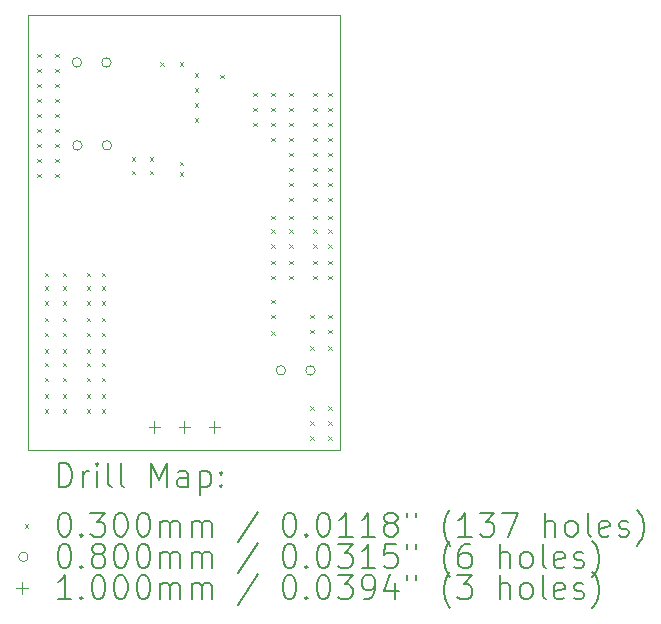
<source format=gbr>
%TF.GenerationSoftware,KiCad,Pcbnew,8.0.6*%
%TF.CreationDate,2024-11-13T16:18:59-08:00*%
%TF.ProjectId,snes_switching_regulator,736e6573-5f73-4776-9974-6368696e675f,A*%
%TF.SameCoordinates,Original*%
%TF.FileFunction,Drillmap*%
%TF.FilePolarity,Positive*%
%FSLAX45Y45*%
G04 Gerber Fmt 4.5, Leading zero omitted, Abs format (unit mm)*
G04 Created by KiCad (PCBNEW 8.0.6) date 2024-11-13 16:18:59*
%MOMM*%
%LPD*%
G01*
G04 APERTURE LIST*
%ADD10C,0.050000*%
%ADD11C,0.200000*%
%ADD12C,0.100000*%
G04 APERTURE END LIST*
D10*
X12280900Y-10045700D02*
X14922500Y-10045700D01*
X14922500Y-13728700D01*
X12280900Y-13728700D01*
X12280900Y-10045700D01*
D11*
D12*
X12354800Y-10373600D02*
X12384800Y-10403600D01*
X12384800Y-10373600D02*
X12354800Y-10403600D01*
X12354800Y-10500600D02*
X12384800Y-10530600D01*
X12384800Y-10500600D02*
X12354800Y-10530600D01*
X12354800Y-10627600D02*
X12384800Y-10657600D01*
X12384800Y-10627600D02*
X12354800Y-10657600D01*
X12354800Y-10754600D02*
X12384800Y-10784600D01*
X12384800Y-10754600D02*
X12354800Y-10784600D01*
X12354800Y-10881600D02*
X12384800Y-10911600D01*
X12384800Y-10881600D02*
X12354800Y-10911600D01*
X12354800Y-11008600D02*
X12384800Y-11038600D01*
X12384800Y-11008600D02*
X12354800Y-11038600D01*
X12354800Y-11135600D02*
X12384800Y-11165600D01*
X12384800Y-11135600D02*
X12354800Y-11165600D01*
X12354800Y-11262600D02*
X12384800Y-11292600D01*
X12384800Y-11262600D02*
X12354800Y-11292600D01*
X12354800Y-11389600D02*
X12384800Y-11419600D01*
X12384800Y-11389600D02*
X12354800Y-11419600D01*
X12418300Y-12227800D02*
X12448300Y-12257800D01*
X12448300Y-12227800D02*
X12418300Y-12257800D01*
X12418300Y-12342100D02*
X12448300Y-12372100D01*
X12448300Y-12342100D02*
X12418300Y-12372100D01*
X12418300Y-12469100D02*
X12448300Y-12499100D01*
X12448300Y-12469100D02*
X12418300Y-12499100D01*
X12418300Y-12608800D02*
X12448300Y-12638800D01*
X12448300Y-12608800D02*
X12418300Y-12638800D01*
X12418300Y-12735800D02*
X12448300Y-12765800D01*
X12448300Y-12735800D02*
X12418300Y-12765800D01*
X12418300Y-12875500D02*
X12448300Y-12905500D01*
X12448300Y-12875500D02*
X12418300Y-12905500D01*
X12418300Y-12989800D02*
X12448300Y-13019800D01*
X12448300Y-12989800D02*
X12418300Y-13019800D01*
X12418300Y-13116800D02*
X12448300Y-13146800D01*
X12448300Y-13116800D02*
X12418300Y-13146800D01*
X12418300Y-13256500D02*
X12448300Y-13286500D01*
X12448300Y-13256500D02*
X12418300Y-13286500D01*
X12418300Y-13383500D02*
X12448300Y-13413500D01*
X12448300Y-13383500D02*
X12418300Y-13413500D01*
X12507200Y-10373600D02*
X12537200Y-10403600D01*
X12537200Y-10373600D02*
X12507200Y-10403600D01*
X12507200Y-10500600D02*
X12537200Y-10530600D01*
X12537200Y-10500600D02*
X12507200Y-10530600D01*
X12507200Y-10627600D02*
X12537200Y-10657600D01*
X12537200Y-10627600D02*
X12507200Y-10657600D01*
X12507200Y-10754600D02*
X12537200Y-10784600D01*
X12537200Y-10754600D02*
X12507200Y-10784600D01*
X12507200Y-10881600D02*
X12537200Y-10911600D01*
X12537200Y-10881600D02*
X12507200Y-10911600D01*
X12507200Y-11008600D02*
X12537200Y-11038600D01*
X12537200Y-11008600D02*
X12507200Y-11038600D01*
X12507200Y-11135600D02*
X12537200Y-11165600D01*
X12537200Y-11135600D02*
X12507200Y-11165600D01*
X12507200Y-11262600D02*
X12537200Y-11292600D01*
X12537200Y-11262600D02*
X12507200Y-11292600D01*
X12507200Y-11389600D02*
X12537200Y-11419600D01*
X12537200Y-11389600D02*
X12507200Y-11419600D01*
X12570700Y-12227800D02*
X12600700Y-12257800D01*
X12600700Y-12227800D02*
X12570700Y-12257800D01*
X12570700Y-12342100D02*
X12600700Y-12372100D01*
X12600700Y-12342100D02*
X12570700Y-12372100D01*
X12570700Y-12469100D02*
X12600700Y-12499100D01*
X12600700Y-12469100D02*
X12570700Y-12499100D01*
X12570700Y-12608800D02*
X12600700Y-12638800D01*
X12600700Y-12608800D02*
X12570700Y-12638800D01*
X12570700Y-12735800D02*
X12600700Y-12765800D01*
X12600700Y-12735800D02*
X12570700Y-12765800D01*
X12570700Y-12875500D02*
X12600700Y-12905500D01*
X12600700Y-12875500D02*
X12570700Y-12905500D01*
X12570700Y-12989800D02*
X12600700Y-13019800D01*
X12600700Y-12989800D02*
X12570700Y-13019800D01*
X12570700Y-13116800D02*
X12600700Y-13146800D01*
X12600700Y-13116800D02*
X12570700Y-13146800D01*
X12570700Y-13256500D02*
X12600700Y-13286500D01*
X12600700Y-13256500D02*
X12570700Y-13286500D01*
X12570700Y-13383500D02*
X12600700Y-13413500D01*
X12600700Y-13383500D02*
X12570700Y-13413500D01*
X12773900Y-12227800D02*
X12803900Y-12257800D01*
X12803900Y-12227800D02*
X12773900Y-12257800D01*
X12773900Y-12342100D02*
X12803900Y-12372100D01*
X12803900Y-12342100D02*
X12773900Y-12372100D01*
X12773900Y-12469100D02*
X12803900Y-12499100D01*
X12803900Y-12469100D02*
X12773900Y-12499100D01*
X12773900Y-12608800D02*
X12803900Y-12638800D01*
X12803900Y-12608800D02*
X12773900Y-12638800D01*
X12773900Y-12735800D02*
X12803900Y-12765800D01*
X12803900Y-12735800D02*
X12773900Y-12765800D01*
X12773900Y-12875500D02*
X12803900Y-12905500D01*
X12803900Y-12875500D02*
X12773900Y-12905500D01*
X12773900Y-12989800D02*
X12803900Y-13019800D01*
X12803900Y-12989800D02*
X12773900Y-13019800D01*
X12773900Y-13116800D02*
X12803900Y-13146800D01*
X12803900Y-13116800D02*
X12773900Y-13146800D01*
X12773900Y-13256500D02*
X12803900Y-13286500D01*
X12803900Y-13256500D02*
X12773900Y-13286500D01*
X12773900Y-13383500D02*
X12803900Y-13413500D01*
X12803900Y-13383500D02*
X12773900Y-13413500D01*
X12900900Y-12227800D02*
X12930900Y-12257800D01*
X12930900Y-12227800D02*
X12900900Y-12257800D01*
X12900900Y-12342100D02*
X12930900Y-12372100D01*
X12930900Y-12342100D02*
X12900900Y-12372100D01*
X12900900Y-12469100D02*
X12930900Y-12499100D01*
X12930900Y-12469100D02*
X12900900Y-12499100D01*
X12900900Y-12608800D02*
X12930900Y-12638800D01*
X12930900Y-12608800D02*
X12900900Y-12638800D01*
X12900900Y-12735800D02*
X12930900Y-12765800D01*
X12930900Y-12735800D02*
X12900900Y-12765800D01*
X12900900Y-12875500D02*
X12930900Y-12905500D01*
X12930900Y-12875500D02*
X12900900Y-12905500D01*
X12900900Y-12989800D02*
X12930900Y-13019800D01*
X12930900Y-12989800D02*
X12900900Y-13019800D01*
X12900900Y-13116800D02*
X12930900Y-13146800D01*
X12930900Y-13116800D02*
X12900900Y-13146800D01*
X12900900Y-13256500D02*
X12930900Y-13286500D01*
X12930900Y-13256500D02*
X12900900Y-13286500D01*
X12900900Y-13383500D02*
X12930900Y-13413500D01*
X12930900Y-13383500D02*
X12900900Y-13413500D01*
X13154900Y-11249900D02*
X13184900Y-11279900D01*
X13184900Y-11249900D02*
X13154900Y-11279900D01*
X13154900Y-11364200D02*
X13184900Y-11394200D01*
X13184900Y-11364200D02*
X13154900Y-11394200D01*
X13307300Y-11249900D02*
X13337300Y-11279900D01*
X13337300Y-11249900D02*
X13307300Y-11279900D01*
X13307300Y-11364200D02*
X13337300Y-11394200D01*
X13337300Y-11364200D02*
X13307300Y-11394200D01*
X13396200Y-10447450D02*
X13426200Y-10477450D01*
X13426200Y-10447450D02*
X13396200Y-10477450D01*
X13561300Y-10447450D02*
X13591300Y-10477450D01*
X13591300Y-10447450D02*
X13561300Y-10477450D01*
X13561300Y-11288000D02*
X13591300Y-11318000D01*
X13591300Y-11288000D02*
X13561300Y-11318000D01*
X13561300Y-11376900D02*
X13591300Y-11406900D01*
X13591300Y-11376900D02*
X13561300Y-11406900D01*
X13688300Y-10538700D02*
X13718300Y-10568700D01*
X13718300Y-10538700D02*
X13688300Y-10568700D01*
X13688300Y-10665700D02*
X13718300Y-10695700D01*
X13718300Y-10665700D02*
X13688300Y-10695700D01*
X13688300Y-10792700D02*
X13718300Y-10822700D01*
X13718300Y-10792700D02*
X13688300Y-10822700D01*
X13688300Y-10919700D02*
X13718300Y-10949700D01*
X13718300Y-10919700D02*
X13688300Y-10949700D01*
X13904200Y-10551400D02*
X13934200Y-10581400D01*
X13934200Y-10551400D02*
X13904200Y-10581400D01*
X14183600Y-10703800D02*
X14213600Y-10733800D01*
X14213600Y-10703800D02*
X14183600Y-10733800D01*
X14183600Y-10830800D02*
X14213600Y-10860800D01*
X14213600Y-10830800D02*
X14183600Y-10860800D01*
X14183600Y-10957800D02*
X14213600Y-10987800D01*
X14213600Y-10957800D02*
X14183600Y-10987800D01*
X14336000Y-10703800D02*
X14366000Y-10733800D01*
X14366000Y-10703800D02*
X14336000Y-10733800D01*
X14336000Y-10830800D02*
X14366000Y-10860800D01*
X14366000Y-10830800D02*
X14336000Y-10860800D01*
X14336000Y-10957800D02*
X14366000Y-10987800D01*
X14366000Y-10957800D02*
X14336000Y-10987800D01*
X14336000Y-11084800D02*
X14366000Y-11114800D01*
X14366000Y-11084800D02*
X14336000Y-11114800D01*
X14336000Y-11745200D02*
X14366000Y-11775200D01*
X14366000Y-11745200D02*
X14336000Y-11775200D01*
X14336000Y-11859500D02*
X14366000Y-11889500D01*
X14366000Y-11859500D02*
X14336000Y-11889500D01*
X14336000Y-11986500D02*
X14366000Y-12016500D01*
X14366000Y-11986500D02*
X14336000Y-12016500D01*
X14336000Y-12126200D02*
X14366000Y-12156200D01*
X14366000Y-12126200D02*
X14336000Y-12156200D01*
X14336000Y-12253200D02*
X14366000Y-12283200D01*
X14366000Y-12253200D02*
X14336000Y-12283200D01*
X14336000Y-12456400D02*
X14366000Y-12486400D01*
X14366000Y-12456400D02*
X14336000Y-12486400D01*
X14336000Y-12583400D02*
X14366000Y-12613400D01*
X14366000Y-12583400D02*
X14336000Y-12613400D01*
X14336000Y-12723100D02*
X14366000Y-12753100D01*
X14366000Y-12723100D02*
X14336000Y-12753100D01*
X14488400Y-10703800D02*
X14518400Y-10733800D01*
X14518400Y-10703800D02*
X14488400Y-10733800D01*
X14488400Y-10830800D02*
X14518400Y-10860800D01*
X14518400Y-10830800D02*
X14488400Y-10860800D01*
X14488400Y-10957800D02*
X14518400Y-10987800D01*
X14518400Y-10957800D02*
X14488400Y-10987800D01*
X14488400Y-11084800D02*
X14518400Y-11114800D01*
X14518400Y-11084800D02*
X14488400Y-11114800D01*
X14488400Y-11211800D02*
X14518400Y-11241800D01*
X14518400Y-11211800D02*
X14488400Y-11241800D01*
X14488400Y-11338800D02*
X14518400Y-11368800D01*
X14518400Y-11338800D02*
X14488400Y-11368800D01*
X14488400Y-11465800D02*
X14518400Y-11495800D01*
X14518400Y-11465800D02*
X14488400Y-11495800D01*
X14488400Y-11592800D02*
X14518400Y-11622800D01*
X14518400Y-11592800D02*
X14488400Y-11622800D01*
X14488400Y-11745200D02*
X14518400Y-11775200D01*
X14518400Y-11745200D02*
X14488400Y-11775200D01*
X14488400Y-11859500D02*
X14518400Y-11889500D01*
X14518400Y-11859500D02*
X14488400Y-11889500D01*
X14488400Y-11986500D02*
X14518400Y-12016500D01*
X14518400Y-11986500D02*
X14488400Y-12016500D01*
X14488400Y-12126200D02*
X14518400Y-12156200D01*
X14518400Y-12126200D02*
X14488400Y-12156200D01*
X14488400Y-12253200D02*
X14518400Y-12283200D01*
X14518400Y-12253200D02*
X14488400Y-12283200D01*
X14666200Y-12583400D02*
X14696200Y-12613400D01*
X14696200Y-12583400D02*
X14666200Y-12613400D01*
X14666200Y-12710400D02*
X14696200Y-12740400D01*
X14696200Y-12710400D02*
X14666200Y-12740400D01*
X14666200Y-12850100D02*
X14696200Y-12880100D01*
X14696200Y-12850100D02*
X14666200Y-12880100D01*
X14666200Y-13358100D02*
X14696200Y-13388100D01*
X14696200Y-13358100D02*
X14666200Y-13388100D01*
X14666200Y-13485100D02*
X14696200Y-13515100D01*
X14696200Y-13485100D02*
X14666200Y-13515100D01*
X14666200Y-13612100D02*
X14696200Y-13642100D01*
X14696200Y-13612100D02*
X14666200Y-13642100D01*
X14691600Y-10703800D02*
X14721600Y-10733800D01*
X14721600Y-10703800D02*
X14691600Y-10733800D01*
X14691600Y-10830800D02*
X14721600Y-10860800D01*
X14721600Y-10830800D02*
X14691600Y-10860800D01*
X14691600Y-10957800D02*
X14721600Y-10987800D01*
X14721600Y-10957800D02*
X14691600Y-10987800D01*
X14691600Y-11084800D02*
X14721600Y-11114800D01*
X14721600Y-11084800D02*
X14691600Y-11114800D01*
X14691600Y-11211800D02*
X14721600Y-11241800D01*
X14721600Y-11211800D02*
X14691600Y-11241800D01*
X14691600Y-11338800D02*
X14721600Y-11368800D01*
X14721600Y-11338800D02*
X14691600Y-11368800D01*
X14691600Y-11465800D02*
X14721600Y-11495800D01*
X14721600Y-11465800D02*
X14691600Y-11495800D01*
X14691600Y-11592800D02*
X14721600Y-11622800D01*
X14721600Y-11592800D02*
X14691600Y-11622800D01*
X14691600Y-11745200D02*
X14721600Y-11775200D01*
X14721600Y-11745200D02*
X14691600Y-11775200D01*
X14691600Y-11859500D02*
X14721600Y-11889500D01*
X14721600Y-11859500D02*
X14691600Y-11889500D01*
X14691600Y-11986500D02*
X14721600Y-12016500D01*
X14721600Y-11986500D02*
X14691600Y-12016500D01*
X14691600Y-12126200D02*
X14721600Y-12156200D01*
X14721600Y-12126200D02*
X14691600Y-12156200D01*
X14691600Y-12253200D02*
X14721600Y-12283200D01*
X14721600Y-12253200D02*
X14691600Y-12283200D01*
X14818600Y-10703800D02*
X14848600Y-10733800D01*
X14848600Y-10703800D02*
X14818600Y-10733800D01*
X14818600Y-10830800D02*
X14848600Y-10860800D01*
X14848600Y-10830800D02*
X14818600Y-10860800D01*
X14818600Y-10957800D02*
X14848600Y-10987800D01*
X14848600Y-10957800D02*
X14818600Y-10987800D01*
X14818600Y-11084800D02*
X14848600Y-11114800D01*
X14848600Y-11084800D02*
X14818600Y-11114800D01*
X14818600Y-11211800D02*
X14848600Y-11241800D01*
X14848600Y-11211800D02*
X14818600Y-11241800D01*
X14818600Y-11338800D02*
X14848600Y-11368800D01*
X14848600Y-11338800D02*
X14818600Y-11368800D01*
X14818600Y-11465800D02*
X14848600Y-11495800D01*
X14848600Y-11465800D02*
X14818600Y-11495800D01*
X14818600Y-11592800D02*
X14848600Y-11622800D01*
X14848600Y-11592800D02*
X14818600Y-11622800D01*
X14818600Y-11745200D02*
X14848600Y-11775200D01*
X14848600Y-11745200D02*
X14818600Y-11775200D01*
X14818600Y-11859500D02*
X14848600Y-11889500D01*
X14848600Y-11859500D02*
X14818600Y-11889500D01*
X14818600Y-11986500D02*
X14848600Y-12016500D01*
X14848600Y-11986500D02*
X14818600Y-12016500D01*
X14818600Y-12126200D02*
X14848600Y-12156200D01*
X14848600Y-12126200D02*
X14818600Y-12156200D01*
X14818600Y-12253200D02*
X14848600Y-12283200D01*
X14848600Y-12253200D02*
X14818600Y-12283200D01*
X14818600Y-12583400D02*
X14848600Y-12613400D01*
X14848600Y-12583400D02*
X14818600Y-12613400D01*
X14818600Y-12710400D02*
X14848600Y-12740400D01*
X14848600Y-12710400D02*
X14818600Y-12740400D01*
X14818600Y-12850100D02*
X14848600Y-12880100D01*
X14848600Y-12850100D02*
X14818600Y-12880100D01*
X14818600Y-13358100D02*
X14848600Y-13388100D01*
X14848600Y-13358100D02*
X14818600Y-13388100D01*
X14818600Y-13485100D02*
X14848600Y-13515100D01*
X14848600Y-13485100D02*
X14818600Y-13515100D01*
X14818600Y-13612100D02*
X14848600Y-13642100D01*
X14848600Y-13612100D02*
X14818600Y-13642100D01*
X12731238Y-10448100D02*
G75*
G02*
X12651238Y-10448100I-40000J0D01*
G01*
X12651238Y-10448100D02*
G75*
G02*
X12731238Y-10448100I40000J0D01*
G01*
X12735238Y-11150600D02*
G75*
G02*
X12655238Y-11150600I-40000J0D01*
G01*
X12655238Y-11150600D02*
G75*
G02*
X12735238Y-11150600I40000J0D01*
G01*
X12981238Y-10448100D02*
G75*
G02*
X12901238Y-10448100I-40000J0D01*
G01*
X12901238Y-10448100D02*
G75*
G02*
X12981238Y-10448100I40000J0D01*
G01*
X12985238Y-11150600D02*
G75*
G02*
X12905238Y-11150600I-40000J0D01*
G01*
X12905238Y-11150600D02*
G75*
G02*
X12985238Y-11150600I40000J0D01*
G01*
X14458500Y-13055600D02*
G75*
G02*
X14378500Y-13055600I-40000J0D01*
G01*
X14378500Y-13055600D02*
G75*
G02*
X14458500Y-13055600I40000J0D01*
G01*
X14708500Y-13055600D02*
G75*
G02*
X14628500Y-13055600I-40000J0D01*
G01*
X14628500Y-13055600D02*
G75*
G02*
X14708500Y-13055600I40000J0D01*
G01*
X13347700Y-13488200D02*
X13347700Y-13588200D01*
X13297700Y-13538200D02*
X13397700Y-13538200D01*
X13601700Y-13488200D02*
X13601700Y-13588200D01*
X13551700Y-13538200D02*
X13651700Y-13538200D01*
X13855700Y-13488200D02*
X13855700Y-13588200D01*
X13805700Y-13538200D02*
X13905700Y-13538200D01*
D11*
X12539177Y-14042684D02*
X12539177Y-13842684D01*
X12539177Y-13842684D02*
X12586796Y-13842684D01*
X12586796Y-13842684D02*
X12615367Y-13852208D01*
X12615367Y-13852208D02*
X12634415Y-13871255D01*
X12634415Y-13871255D02*
X12643939Y-13890303D01*
X12643939Y-13890303D02*
X12653462Y-13928398D01*
X12653462Y-13928398D02*
X12653462Y-13956969D01*
X12653462Y-13956969D02*
X12643939Y-13995065D01*
X12643939Y-13995065D02*
X12634415Y-14014112D01*
X12634415Y-14014112D02*
X12615367Y-14033160D01*
X12615367Y-14033160D02*
X12586796Y-14042684D01*
X12586796Y-14042684D02*
X12539177Y-14042684D01*
X12739177Y-14042684D02*
X12739177Y-13909350D01*
X12739177Y-13947446D02*
X12748701Y-13928398D01*
X12748701Y-13928398D02*
X12758224Y-13918874D01*
X12758224Y-13918874D02*
X12777272Y-13909350D01*
X12777272Y-13909350D02*
X12796320Y-13909350D01*
X12862986Y-14042684D02*
X12862986Y-13909350D01*
X12862986Y-13842684D02*
X12853462Y-13852208D01*
X12853462Y-13852208D02*
X12862986Y-13861731D01*
X12862986Y-13861731D02*
X12872510Y-13852208D01*
X12872510Y-13852208D02*
X12862986Y-13842684D01*
X12862986Y-13842684D02*
X12862986Y-13861731D01*
X12986796Y-14042684D02*
X12967748Y-14033160D01*
X12967748Y-14033160D02*
X12958224Y-14014112D01*
X12958224Y-14014112D02*
X12958224Y-13842684D01*
X13091558Y-14042684D02*
X13072510Y-14033160D01*
X13072510Y-14033160D02*
X13062986Y-14014112D01*
X13062986Y-14014112D02*
X13062986Y-13842684D01*
X13320129Y-14042684D02*
X13320129Y-13842684D01*
X13320129Y-13842684D02*
X13386796Y-13985541D01*
X13386796Y-13985541D02*
X13453462Y-13842684D01*
X13453462Y-13842684D02*
X13453462Y-14042684D01*
X13634415Y-14042684D02*
X13634415Y-13937922D01*
X13634415Y-13937922D02*
X13624891Y-13918874D01*
X13624891Y-13918874D02*
X13605843Y-13909350D01*
X13605843Y-13909350D02*
X13567748Y-13909350D01*
X13567748Y-13909350D02*
X13548701Y-13918874D01*
X13634415Y-14033160D02*
X13615367Y-14042684D01*
X13615367Y-14042684D02*
X13567748Y-14042684D01*
X13567748Y-14042684D02*
X13548701Y-14033160D01*
X13548701Y-14033160D02*
X13539177Y-14014112D01*
X13539177Y-14014112D02*
X13539177Y-13995065D01*
X13539177Y-13995065D02*
X13548701Y-13976017D01*
X13548701Y-13976017D02*
X13567748Y-13966493D01*
X13567748Y-13966493D02*
X13615367Y-13966493D01*
X13615367Y-13966493D02*
X13634415Y-13956969D01*
X13729653Y-13909350D02*
X13729653Y-14109350D01*
X13729653Y-13918874D02*
X13748701Y-13909350D01*
X13748701Y-13909350D02*
X13786796Y-13909350D01*
X13786796Y-13909350D02*
X13805843Y-13918874D01*
X13805843Y-13918874D02*
X13815367Y-13928398D01*
X13815367Y-13928398D02*
X13824891Y-13947446D01*
X13824891Y-13947446D02*
X13824891Y-14004588D01*
X13824891Y-14004588D02*
X13815367Y-14023636D01*
X13815367Y-14023636D02*
X13805843Y-14033160D01*
X13805843Y-14033160D02*
X13786796Y-14042684D01*
X13786796Y-14042684D02*
X13748701Y-14042684D01*
X13748701Y-14042684D02*
X13729653Y-14033160D01*
X13910605Y-14023636D02*
X13920129Y-14033160D01*
X13920129Y-14033160D02*
X13910605Y-14042684D01*
X13910605Y-14042684D02*
X13901082Y-14033160D01*
X13901082Y-14033160D02*
X13910605Y-14023636D01*
X13910605Y-14023636D02*
X13910605Y-14042684D01*
X13910605Y-13918874D02*
X13920129Y-13928398D01*
X13920129Y-13928398D02*
X13910605Y-13937922D01*
X13910605Y-13937922D02*
X13901082Y-13928398D01*
X13901082Y-13928398D02*
X13910605Y-13918874D01*
X13910605Y-13918874D02*
X13910605Y-13937922D01*
D12*
X12248400Y-14356200D02*
X12278400Y-14386200D01*
X12278400Y-14356200D02*
X12248400Y-14386200D01*
D11*
X12577272Y-14262684D02*
X12596320Y-14262684D01*
X12596320Y-14262684D02*
X12615367Y-14272208D01*
X12615367Y-14272208D02*
X12624891Y-14281731D01*
X12624891Y-14281731D02*
X12634415Y-14300779D01*
X12634415Y-14300779D02*
X12643939Y-14338874D01*
X12643939Y-14338874D02*
X12643939Y-14386493D01*
X12643939Y-14386493D02*
X12634415Y-14424588D01*
X12634415Y-14424588D02*
X12624891Y-14443636D01*
X12624891Y-14443636D02*
X12615367Y-14453160D01*
X12615367Y-14453160D02*
X12596320Y-14462684D01*
X12596320Y-14462684D02*
X12577272Y-14462684D01*
X12577272Y-14462684D02*
X12558224Y-14453160D01*
X12558224Y-14453160D02*
X12548701Y-14443636D01*
X12548701Y-14443636D02*
X12539177Y-14424588D01*
X12539177Y-14424588D02*
X12529653Y-14386493D01*
X12529653Y-14386493D02*
X12529653Y-14338874D01*
X12529653Y-14338874D02*
X12539177Y-14300779D01*
X12539177Y-14300779D02*
X12548701Y-14281731D01*
X12548701Y-14281731D02*
X12558224Y-14272208D01*
X12558224Y-14272208D02*
X12577272Y-14262684D01*
X12729653Y-14443636D02*
X12739177Y-14453160D01*
X12739177Y-14453160D02*
X12729653Y-14462684D01*
X12729653Y-14462684D02*
X12720129Y-14453160D01*
X12720129Y-14453160D02*
X12729653Y-14443636D01*
X12729653Y-14443636D02*
X12729653Y-14462684D01*
X12805843Y-14262684D02*
X12929653Y-14262684D01*
X12929653Y-14262684D02*
X12862986Y-14338874D01*
X12862986Y-14338874D02*
X12891558Y-14338874D01*
X12891558Y-14338874D02*
X12910605Y-14348398D01*
X12910605Y-14348398D02*
X12920129Y-14357922D01*
X12920129Y-14357922D02*
X12929653Y-14376969D01*
X12929653Y-14376969D02*
X12929653Y-14424588D01*
X12929653Y-14424588D02*
X12920129Y-14443636D01*
X12920129Y-14443636D02*
X12910605Y-14453160D01*
X12910605Y-14453160D02*
X12891558Y-14462684D01*
X12891558Y-14462684D02*
X12834415Y-14462684D01*
X12834415Y-14462684D02*
X12815367Y-14453160D01*
X12815367Y-14453160D02*
X12805843Y-14443636D01*
X13053462Y-14262684D02*
X13072510Y-14262684D01*
X13072510Y-14262684D02*
X13091558Y-14272208D01*
X13091558Y-14272208D02*
X13101082Y-14281731D01*
X13101082Y-14281731D02*
X13110605Y-14300779D01*
X13110605Y-14300779D02*
X13120129Y-14338874D01*
X13120129Y-14338874D02*
X13120129Y-14386493D01*
X13120129Y-14386493D02*
X13110605Y-14424588D01*
X13110605Y-14424588D02*
X13101082Y-14443636D01*
X13101082Y-14443636D02*
X13091558Y-14453160D01*
X13091558Y-14453160D02*
X13072510Y-14462684D01*
X13072510Y-14462684D02*
X13053462Y-14462684D01*
X13053462Y-14462684D02*
X13034415Y-14453160D01*
X13034415Y-14453160D02*
X13024891Y-14443636D01*
X13024891Y-14443636D02*
X13015367Y-14424588D01*
X13015367Y-14424588D02*
X13005843Y-14386493D01*
X13005843Y-14386493D02*
X13005843Y-14338874D01*
X13005843Y-14338874D02*
X13015367Y-14300779D01*
X13015367Y-14300779D02*
X13024891Y-14281731D01*
X13024891Y-14281731D02*
X13034415Y-14272208D01*
X13034415Y-14272208D02*
X13053462Y-14262684D01*
X13243939Y-14262684D02*
X13262986Y-14262684D01*
X13262986Y-14262684D02*
X13282034Y-14272208D01*
X13282034Y-14272208D02*
X13291558Y-14281731D01*
X13291558Y-14281731D02*
X13301082Y-14300779D01*
X13301082Y-14300779D02*
X13310605Y-14338874D01*
X13310605Y-14338874D02*
X13310605Y-14386493D01*
X13310605Y-14386493D02*
X13301082Y-14424588D01*
X13301082Y-14424588D02*
X13291558Y-14443636D01*
X13291558Y-14443636D02*
X13282034Y-14453160D01*
X13282034Y-14453160D02*
X13262986Y-14462684D01*
X13262986Y-14462684D02*
X13243939Y-14462684D01*
X13243939Y-14462684D02*
X13224891Y-14453160D01*
X13224891Y-14453160D02*
X13215367Y-14443636D01*
X13215367Y-14443636D02*
X13205843Y-14424588D01*
X13205843Y-14424588D02*
X13196320Y-14386493D01*
X13196320Y-14386493D02*
X13196320Y-14338874D01*
X13196320Y-14338874D02*
X13205843Y-14300779D01*
X13205843Y-14300779D02*
X13215367Y-14281731D01*
X13215367Y-14281731D02*
X13224891Y-14272208D01*
X13224891Y-14272208D02*
X13243939Y-14262684D01*
X13396320Y-14462684D02*
X13396320Y-14329350D01*
X13396320Y-14348398D02*
X13405843Y-14338874D01*
X13405843Y-14338874D02*
X13424891Y-14329350D01*
X13424891Y-14329350D02*
X13453463Y-14329350D01*
X13453463Y-14329350D02*
X13472510Y-14338874D01*
X13472510Y-14338874D02*
X13482034Y-14357922D01*
X13482034Y-14357922D02*
X13482034Y-14462684D01*
X13482034Y-14357922D02*
X13491558Y-14338874D01*
X13491558Y-14338874D02*
X13510605Y-14329350D01*
X13510605Y-14329350D02*
X13539177Y-14329350D01*
X13539177Y-14329350D02*
X13558224Y-14338874D01*
X13558224Y-14338874D02*
X13567748Y-14357922D01*
X13567748Y-14357922D02*
X13567748Y-14462684D01*
X13662986Y-14462684D02*
X13662986Y-14329350D01*
X13662986Y-14348398D02*
X13672510Y-14338874D01*
X13672510Y-14338874D02*
X13691558Y-14329350D01*
X13691558Y-14329350D02*
X13720129Y-14329350D01*
X13720129Y-14329350D02*
X13739177Y-14338874D01*
X13739177Y-14338874D02*
X13748701Y-14357922D01*
X13748701Y-14357922D02*
X13748701Y-14462684D01*
X13748701Y-14357922D02*
X13758224Y-14338874D01*
X13758224Y-14338874D02*
X13777272Y-14329350D01*
X13777272Y-14329350D02*
X13805843Y-14329350D01*
X13805843Y-14329350D02*
X13824891Y-14338874D01*
X13824891Y-14338874D02*
X13834415Y-14357922D01*
X13834415Y-14357922D02*
X13834415Y-14462684D01*
X14224891Y-14253160D02*
X14053463Y-14510303D01*
X14482034Y-14262684D02*
X14501082Y-14262684D01*
X14501082Y-14262684D02*
X14520129Y-14272208D01*
X14520129Y-14272208D02*
X14529653Y-14281731D01*
X14529653Y-14281731D02*
X14539177Y-14300779D01*
X14539177Y-14300779D02*
X14548701Y-14338874D01*
X14548701Y-14338874D02*
X14548701Y-14386493D01*
X14548701Y-14386493D02*
X14539177Y-14424588D01*
X14539177Y-14424588D02*
X14529653Y-14443636D01*
X14529653Y-14443636D02*
X14520129Y-14453160D01*
X14520129Y-14453160D02*
X14501082Y-14462684D01*
X14501082Y-14462684D02*
X14482034Y-14462684D01*
X14482034Y-14462684D02*
X14462986Y-14453160D01*
X14462986Y-14453160D02*
X14453463Y-14443636D01*
X14453463Y-14443636D02*
X14443939Y-14424588D01*
X14443939Y-14424588D02*
X14434415Y-14386493D01*
X14434415Y-14386493D02*
X14434415Y-14338874D01*
X14434415Y-14338874D02*
X14443939Y-14300779D01*
X14443939Y-14300779D02*
X14453463Y-14281731D01*
X14453463Y-14281731D02*
X14462986Y-14272208D01*
X14462986Y-14272208D02*
X14482034Y-14262684D01*
X14634415Y-14443636D02*
X14643939Y-14453160D01*
X14643939Y-14453160D02*
X14634415Y-14462684D01*
X14634415Y-14462684D02*
X14624891Y-14453160D01*
X14624891Y-14453160D02*
X14634415Y-14443636D01*
X14634415Y-14443636D02*
X14634415Y-14462684D01*
X14767748Y-14262684D02*
X14786796Y-14262684D01*
X14786796Y-14262684D02*
X14805844Y-14272208D01*
X14805844Y-14272208D02*
X14815367Y-14281731D01*
X14815367Y-14281731D02*
X14824891Y-14300779D01*
X14824891Y-14300779D02*
X14834415Y-14338874D01*
X14834415Y-14338874D02*
X14834415Y-14386493D01*
X14834415Y-14386493D02*
X14824891Y-14424588D01*
X14824891Y-14424588D02*
X14815367Y-14443636D01*
X14815367Y-14443636D02*
X14805844Y-14453160D01*
X14805844Y-14453160D02*
X14786796Y-14462684D01*
X14786796Y-14462684D02*
X14767748Y-14462684D01*
X14767748Y-14462684D02*
X14748701Y-14453160D01*
X14748701Y-14453160D02*
X14739177Y-14443636D01*
X14739177Y-14443636D02*
X14729653Y-14424588D01*
X14729653Y-14424588D02*
X14720129Y-14386493D01*
X14720129Y-14386493D02*
X14720129Y-14338874D01*
X14720129Y-14338874D02*
X14729653Y-14300779D01*
X14729653Y-14300779D02*
X14739177Y-14281731D01*
X14739177Y-14281731D02*
X14748701Y-14272208D01*
X14748701Y-14272208D02*
X14767748Y-14262684D01*
X15024891Y-14462684D02*
X14910606Y-14462684D01*
X14967748Y-14462684D02*
X14967748Y-14262684D01*
X14967748Y-14262684D02*
X14948701Y-14291255D01*
X14948701Y-14291255D02*
X14929653Y-14310303D01*
X14929653Y-14310303D02*
X14910606Y-14319827D01*
X15215367Y-14462684D02*
X15101082Y-14462684D01*
X15158225Y-14462684D02*
X15158225Y-14262684D01*
X15158225Y-14262684D02*
X15139177Y-14291255D01*
X15139177Y-14291255D02*
X15120129Y-14310303D01*
X15120129Y-14310303D02*
X15101082Y-14319827D01*
X15329653Y-14348398D02*
X15310606Y-14338874D01*
X15310606Y-14338874D02*
X15301082Y-14329350D01*
X15301082Y-14329350D02*
X15291558Y-14310303D01*
X15291558Y-14310303D02*
X15291558Y-14300779D01*
X15291558Y-14300779D02*
X15301082Y-14281731D01*
X15301082Y-14281731D02*
X15310606Y-14272208D01*
X15310606Y-14272208D02*
X15329653Y-14262684D01*
X15329653Y-14262684D02*
X15367748Y-14262684D01*
X15367748Y-14262684D02*
X15386796Y-14272208D01*
X15386796Y-14272208D02*
X15396320Y-14281731D01*
X15396320Y-14281731D02*
X15405844Y-14300779D01*
X15405844Y-14300779D02*
X15405844Y-14310303D01*
X15405844Y-14310303D02*
X15396320Y-14329350D01*
X15396320Y-14329350D02*
X15386796Y-14338874D01*
X15386796Y-14338874D02*
X15367748Y-14348398D01*
X15367748Y-14348398D02*
X15329653Y-14348398D01*
X15329653Y-14348398D02*
X15310606Y-14357922D01*
X15310606Y-14357922D02*
X15301082Y-14367446D01*
X15301082Y-14367446D02*
X15291558Y-14386493D01*
X15291558Y-14386493D02*
X15291558Y-14424588D01*
X15291558Y-14424588D02*
X15301082Y-14443636D01*
X15301082Y-14443636D02*
X15310606Y-14453160D01*
X15310606Y-14453160D02*
X15329653Y-14462684D01*
X15329653Y-14462684D02*
X15367748Y-14462684D01*
X15367748Y-14462684D02*
X15386796Y-14453160D01*
X15386796Y-14453160D02*
X15396320Y-14443636D01*
X15396320Y-14443636D02*
X15405844Y-14424588D01*
X15405844Y-14424588D02*
X15405844Y-14386493D01*
X15405844Y-14386493D02*
X15396320Y-14367446D01*
X15396320Y-14367446D02*
X15386796Y-14357922D01*
X15386796Y-14357922D02*
X15367748Y-14348398D01*
X15482034Y-14262684D02*
X15482034Y-14300779D01*
X15558225Y-14262684D02*
X15558225Y-14300779D01*
X15853463Y-14538874D02*
X15843939Y-14529350D01*
X15843939Y-14529350D02*
X15824891Y-14500779D01*
X15824891Y-14500779D02*
X15815368Y-14481731D01*
X15815368Y-14481731D02*
X15805844Y-14453160D01*
X15805844Y-14453160D02*
X15796320Y-14405541D01*
X15796320Y-14405541D02*
X15796320Y-14367446D01*
X15796320Y-14367446D02*
X15805844Y-14319827D01*
X15805844Y-14319827D02*
X15815368Y-14291255D01*
X15815368Y-14291255D02*
X15824891Y-14272208D01*
X15824891Y-14272208D02*
X15843939Y-14243636D01*
X15843939Y-14243636D02*
X15853463Y-14234112D01*
X16034415Y-14462684D02*
X15920129Y-14462684D01*
X15977272Y-14462684D02*
X15977272Y-14262684D01*
X15977272Y-14262684D02*
X15958225Y-14291255D01*
X15958225Y-14291255D02*
X15939177Y-14310303D01*
X15939177Y-14310303D02*
X15920129Y-14319827D01*
X16101082Y-14262684D02*
X16224891Y-14262684D01*
X16224891Y-14262684D02*
X16158225Y-14338874D01*
X16158225Y-14338874D02*
X16186796Y-14338874D01*
X16186796Y-14338874D02*
X16205844Y-14348398D01*
X16205844Y-14348398D02*
X16215368Y-14357922D01*
X16215368Y-14357922D02*
X16224891Y-14376969D01*
X16224891Y-14376969D02*
X16224891Y-14424588D01*
X16224891Y-14424588D02*
X16215368Y-14443636D01*
X16215368Y-14443636D02*
X16205844Y-14453160D01*
X16205844Y-14453160D02*
X16186796Y-14462684D01*
X16186796Y-14462684D02*
X16129653Y-14462684D01*
X16129653Y-14462684D02*
X16110606Y-14453160D01*
X16110606Y-14453160D02*
X16101082Y-14443636D01*
X16291558Y-14262684D02*
X16424891Y-14262684D01*
X16424891Y-14262684D02*
X16339177Y-14462684D01*
X16653463Y-14462684D02*
X16653463Y-14262684D01*
X16739177Y-14462684D02*
X16739177Y-14357922D01*
X16739177Y-14357922D02*
X16729653Y-14338874D01*
X16729653Y-14338874D02*
X16710606Y-14329350D01*
X16710606Y-14329350D02*
X16682034Y-14329350D01*
X16682034Y-14329350D02*
X16662987Y-14338874D01*
X16662987Y-14338874D02*
X16653463Y-14348398D01*
X16862987Y-14462684D02*
X16843939Y-14453160D01*
X16843939Y-14453160D02*
X16834415Y-14443636D01*
X16834415Y-14443636D02*
X16824892Y-14424588D01*
X16824892Y-14424588D02*
X16824892Y-14367446D01*
X16824892Y-14367446D02*
X16834415Y-14348398D01*
X16834415Y-14348398D02*
X16843939Y-14338874D01*
X16843939Y-14338874D02*
X16862987Y-14329350D01*
X16862987Y-14329350D02*
X16891558Y-14329350D01*
X16891558Y-14329350D02*
X16910606Y-14338874D01*
X16910606Y-14338874D02*
X16920130Y-14348398D01*
X16920130Y-14348398D02*
X16929653Y-14367446D01*
X16929653Y-14367446D02*
X16929653Y-14424588D01*
X16929653Y-14424588D02*
X16920130Y-14443636D01*
X16920130Y-14443636D02*
X16910606Y-14453160D01*
X16910606Y-14453160D02*
X16891558Y-14462684D01*
X16891558Y-14462684D02*
X16862987Y-14462684D01*
X17043939Y-14462684D02*
X17024892Y-14453160D01*
X17024892Y-14453160D02*
X17015368Y-14434112D01*
X17015368Y-14434112D02*
X17015368Y-14262684D01*
X17196320Y-14453160D02*
X17177273Y-14462684D01*
X17177273Y-14462684D02*
X17139177Y-14462684D01*
X17139177Y-14462684D02*
X17120130Y-14453160D01*
X17120130Y-14453160D02*
X17110606Y-14434112D01*
X17110606Y-14434112D02*
X17110606Y-14357922D01*
X17110606Y-14357922D02*
X17120130Y-14338874D01*
X17120130Y-14338874D02*
X17139177Y-14329350D01*
X17139177Y-14329350D02*
X17177273Y-14329350D01*
X17177273Y-14329350D02*
X17196320Y-14338874D01*
X17196320Y-14338874D02*
X17205844Y-14357922D01*
X17205844Y-14357922D02*
X17205844Y-14376969D01*
X17205844Y-14376969D02*
X17110606Y-14396017D01*
X17282034Y-14453160D02*
X17301082Y-14462684D01*
X17301082Y-14462684D02*
X17339177Y-14462684D01*
X17339177Y-14462684D02*
X17358225Y-14453160D01*
X17358225Y-14453160D02*
X17367749Y-14434112D01*
X17367749Y-14434112D02*
X17367749Y-14424588D01*
X17367749Y-14424588D02*
X17358225Y-14405541D01*
X17358225Y-14405541D02*
X17339177Y-14396017D01*
X17339177Y-14396017D02*
X17310606Y-14396017D01*
X17310606Y-14396017D02*
X17291558Y-14386493D01*
X17291558Y-14386493D02*
X17282034Y-14367446D01*
X17282034Y-14367446D02*
X17282034Y-14357922D01*
X17282034Y-14357922D02*
X17291558Y-14338874D01*
X17291558Y-14338874D02*
X17310606Y-14329350D01*
X17310606Y-14329350D02*
X17339177Y-14329350D01*
X17339177Y-14329350D02*
X17358225Y-14338874D01*
X17434415Y-14538874D02*
X17443939Y-14529350D01*
X17443939Y-14529350D02*
X17462987Y-14500779D01*
X17462987Y-14500779D02*
X17472511Y-14481731D01*
X17472511Y-14481731D02*
X17482034Y-14453160D01*
X17482034Y-14453160D02*
X17491558Y-14405541D01*
X17491558Y-14405541D02*
X17491558Y-14367446D01*
X17491558Y-14367446D02*
X17482034Y-14319827D01*
X17482034Y-14319827D02*
X17472511Y-14291255D01*
X17472511Y-14291255D02*
X17462987Y-14272208D01*
X17462987Y-14272208D02*
X17443939Y-14243636D01*
X17443939Y-14243636D02*
X17434415Y-14234112D01*
D12*
X12278400Y-14635200D02*
G75*
G02*
X12198400Y-14635200I-40000J0D01*
G01*
X12198400Y-14635200D02*
G75*
G02*
X12278400Y-14635200I40000J0D01*
G01*
D11*
X12577272Y-14526684D02*
X12596320Y-14526684D01*
X12596320Y-14526684D02*
X12615367Y-14536208D01*
X12615367Y-14536208D02*
X12624891Y-14545731D01*
X12624891Y-14545731D02*
X12634415Y-14564779D01*
X12634415Y-14564779D02*
X12643939Y-14602874D01*
X12643939Y-14602874D02*
X12643939Y-14650493D01*
X12643939Y-14650493D02*
X12634415Y-14688588D01*
X12634415Y-14688588D02*
X12624891Y-14707636D01*
X12624891Y-14707636D02*
X12615367Y-14717160D01*
X12615367Y-14717160D02*
X12596320Y-14726684D01*
X12596320Y-14726684D02*
X12577272Y-14726684D01*
X12577272Y-14726684D02*
X12558224Y-14717160D01*
X12558224Y-14717160D02*
X12548701Y-14707636D01*
X12548701Y-14707636D02*
X12539177Y-14688588D01*
X12539177Y-14688588D02*
X12529653Y-14650493D01*
X12529653Y-14650493D02*
X12529653Y-14602874D01*
X12529653Y-14602874D02*
X12539177Y-14564779D01*
X12539177Y-14564779D02*
X12548701Y-14545731D01*
X12548701Y-14545731D02*
X12558224Y-14536208D01*
X12558224Y-14536208D02*
X12577272Y-14526684D01*
X12729653Y-14707636D02*
X12739177Y-14717160D01*
X12739177Y-14717160D02*
X12729653Y-14726684D01*
X12729653Y-14726684D02*
X12720129Y-14717160D01*
X12720129Y-14717160D02*
X12729653Y-14707636D01*
X12729653Y-14707636D02*
X12729653Y-14726684D01*
X12853462Y-14612398D02*
X12834415Y-14602874D01*
X12834415Y-14602874D02*
X12824891Y-14593350D01*
X12824891Y-14593350D02*
X12815367Y-14574303D01*
X12815367Y-14574303D02*
X12815367Y-14564779D01*
X12815367Y-14564779D02*
X12824891Y-14545731D01*
X12824891Y-14545731D02*
X12834415Y-14536208D01*
X12834415Y-14536208D02*
X12853462Y-14526684D01*
X12853462Y-14526684D02*
X12891558Y-14526684D01*
X12891558Y-14526684D02*
X12910605Y-14536208D01*
X12910605Y-14536208D02*
X12920129Y-14545731D01*
X12920129Y-14545731D02*
X12929653Y-14564779D01*
X12929653Y-14564779D02*
X12929653Y-14574303D01*
X12929653Y-14574303D02*
X12920129Y-14593350D01*
X12920129Y-14593350D02*
X12910605Y-14602874D01*
X12910605Y-14602874D02*
X12891558Y-14612398D01*
X12891558Y-14612398D02*
X12853462Y-14612398D01*
X12853462Y-14612398D02*
X12834415Y-14621922D01*
X12834415Y-14621922D02*
X12824891Y-14631446D01*
X12824891Y-14631446D02*
X12815367Y-14650493D01*
X12815367Y-14650493D02*
X12815367Y-14688588D01*
X12815367Y-14688588D02*
X12824891Y-14707636D01*
X12824891Y-14707636D02*
X12834415Y-14717160D01*
X12834415Y-14717160D02*
X12853462Y-14726684D01*
X12853462Y-14726684D02*
X12891558Y-14726684D01*
X12891558Y-14726684D02*
X12910605Y-14717160D01*
X12910605Y-14717160D02*
X12920129Y-14707636D01*
X12920129Y-14707636D02*
X12929653Y-14688588D01*
X12929653Y-14688588D02*
X12929653Y-14650493D01*
X12929653Y-14650493D02*
X12920129Y-14631446D01*
X12920129Y-14631446D02*
X12910605Y-14621922D01*
X12910605Y-14621922D02*
X12891558Y-14612398D01*
X13053462Y-14526684D02*
X13072510Y-14526684D01*
X13072510Y-14526684D02*
X13091558Y-14536208D01*
X13091558Y-14536208D02*
X13101082Y-14545731D01*
X13101082Y-14545731D02*
X13110605Y-14564779D01*
X13110605Y-14564779D02*
X13120129Y-14602874D01*
X13120129Y-14602874D02*
X13120129Y-14650493D01*
X13120129Y-14650493D02*
X13110605Y-14688588D01*
X13110605Y-14688588D02*
X13101082Y-14707636D01*
X13101082Y-14707636D02*
X13091558Y-14717160D01*
X13091558Y-14717160D02*
X13072510Y-14726684D01*
X13072510Y-14726684D02*
X13053462Y-14726684D01*
X13053462Y-14726684D02*
X13034415Y-14717160D01*
X13034415Y-14717160D02*
X13024891Y-14707636D01*
X13024891Y-14707636D02*
X13015367Y-14688588D01*
X13015367Y-14688588D02*
X13005843Y-14650493D01*
X13005843Y-14650493D02*
X13005843Y-14602874D01*
X13005843Y-14602874D02*
X13015367Y-14564779D01*
X13015367Y-14564779D02*
X13024891Y-14545731D01*
X13024891Y-14545731D02*
X13034415Y-14536208D01*
X13034415Y-14536208D02*
X13053462Y-14526684D01*
X13243939Y-14526684D02*
X13262986Y-14526684D01*
X13262986Y-14526684D02*
X13282034Y-14536208D01*
X13282034Y-14536208D02*
X13291558Y-14545731D01*
X13291558Y-14545731D02*
X13301082Y-14564779D01*
X13301082Y-14564779D02*
X13310605Y-14602874D01*
X13310605Y-14602874D02*
X13310605Y-14650493D01*
X13310605Y-14650493D02*
X13301082Y-14688588D01*
X13301082Y-14688588D02*
X13291558Y-14707636D01*
X13291558Y-14707636D02*
X13282034Y-14717160D01*
X13282034Y-14717160D02*
X13262986Y-14726684D01*
X13262986Y-14726684D02*
X13243939Y-14726684D01*
X13243939Y-14726684D02*
X13224891Y-14717160D01*
X13224891Y-14717160D02*
X13215367Y-14707636D01*
X13215367Y-14707636D02*
X13205843Y-14688588D01*
X13205843Y-14688588D02*
X13196320Y-14650493D01*
X13196320Y-14650493D02*
X13196320Y-14602874D01*
X13196320Y-14602874D02*
X13205843Y-14564779D01*
X13205843Y-14564779D02*
X13215367Y-14545731D01*
X13215367Y-14545731D02*
X13224891Y-14536208D01*
X13224891Y-14536208D02*
X13243939Y-14526684D01*
X13396320Y-14726684D02*
X13396320Y-14593350D01*
X13396320Y-14612398D02*
X13405843Y-14602874D01*
X13405843Y-14602874D02*
X13424891Y-14593350D01*
X13424891Y-14593350D02*
X13453463Y-14593350D01*
X13453463Y-14593350D02*
X13472510Y-14602874D01*
X13472510Y-14602874D02*
X13482034Y-14621922D01*
X13482034Y-14621922D02*
X13482034Y-14726684D01*
X13482034Y-14621922D02*
X13491558Y-14602874D01*
X13491558Y-14602874D02*
X13510605Y-14593350D01*
X13510605Y-14593350D02*
X13539177Y-14593350D01*
X13539177Y-14593350D02*
X13558224Y-14602874D01*
X13558224Y-14602874D02*
X13567748Y-14621922D01*
X13567748Y-14621922D02*
X13567748Y-14726684D01*
X13662986Y-14726684D02*
X13662986Y-14593350D01*
X13662986Y-14612398D02*
X13672510Y-14602874D01*
X13672510Y-14602874D02*
X13691558Y-14593350D01*
X13691558Y-14593350D02*
X13720129Y-14593350D01*
X13720129Y-14593350D02*
X13739177Y-14602874D01*
X13739177Y-14602874D02*
X13748701Y-14621922D01*
X13748701Y-14621922D02*
X13748701Y-14726684D01*
X13748701Y-14621922D02*
X13758224Y-14602874D01*
X13758224Y-14602874D02*
X13777272Y-14593350D01*
X13777272Y-14593350D02*
X13805843Y-14593350D01*
X13805843Y-14593350D02*
X13824891Y-14602874D01*
X13824891Y-14602874D02*
X13834415Y-14621922D01*
X13834415Y-14621922D02*
X13834415Y-14726684D01*
X14224891Y-14517160D02*
X14053463Y-14774303D01*
X14482034Y-14526684D02*
X14501082Y-14526684D01*
X14501082Y-14526684D02*
X14520129Y-14536208D01*
X14520129Y-14536208D02*
X14529653Y-14545731D01*
X14529653Y-14545731D02*
X14539177Y-14564779D01*
X14539177Y-14564779D02*
X14548701Y-14602874D01*
X14548701Y-14602874D02*
X14548701Y-14650493D01*
X14548701Y-14650493D02*
X14539177Y-14688588D01*
X14539177Y-14688588D02*
X14529653Y-14707636D01*
X14529653Y-14707636D02*
X14520129Y-14717160D01*
X14520129Y-14717160D02*
X14501082Y-14726684D01*
X14501082Y-14726684D02*
X14482034Y-14726684D01*
X14482034Y-14726684D02*
X14462986Y-14717160D01*
X14462986Y-14717160D02*
X14453463Y-14707636D01*
X14453463Y-14707636D02*
X14443939Y-14688588D01*
X14443939Y-14688588D02*
X14434415Y-14650493D01*
X14434415Y-14650493D02*
X14434415Y-14602874D01*
X14434415Y-14602874D02*
X14443939Y-14564779D01*
X14443939Y-14564779D02*
X14453463Y-14545731D01*
X14453463Y-14545731D02*
X14462986Y-14536208D01*
X14462986Y-14536208D02*
X14482034Y-14526684D01*
X14634415Y-14707636D02*
X14643939Y-14717160D01*
X14643939Y-14717160D02*
X14634415Y-14726684D01*
X14634415Y-14726684D02*
X14624891Y-14717160D01*
X14624891Y-14717160D02*
X14634415Y-14707636D01*
X14634415Y-14707636D02*
X14634415Y-14726684D01*
X14767748Y-14526684D02*
X14786796Y-14526684D01*
X14786796Y-14526684D02*
X14805844Y-14536208D01*
X14805844Y-14536208D02*
X14815367Y-14545731D01*
X14815367Y-14545731D02*
X14824891Y-14564779D01*
X14824891Y-14564779D02*
X14834415Y-14602874D01*
X14834415Y-14602874D02*
X14834415Y-14650493D01*
X14834415Y-14650493D02*
X14824891Y-14688588D01*
X14824891Y-14688588D02*
X14815367Y-14707636D01*
X14815367Y-14707636D02*
X14805844Y-14717160D01*
X14805844Y-14717160D02*
X14786796Y-14726684D01*
X14786796Y-14726684D02*
X14767748Y-14726684D01*
X14767748Y-14726684D02*
X14748701Y-14717160D01*
X14748701Y-14717160D02*
X14739177Y-14707636D01*
X14739177Y-14707636D02*
X14729653Y-14688588D01*
X14729653Y-14688588D02*
X14720129Y-14650493D01*
X14720129Y-14650493D02*
X14720129Y-14602874D01*
X14720129Y-14602874D02*
X14729653Y-14564779D01*
X14729653Y-14564779D02*
X14739177Y-14545731D01*
X14739177Y-14545731D02*
X14748701Y-14536208D01*
X14748701Y-14536208D02*
X14767748Y-14526684D01*
X14901082Y-14526684D02*
X15024891Y-14526684D01*
X15024891Y-14526684D02*
X14958225Y-14602874D01*
X14958225Y-14602874D02*
X14986796Y-14602874D01*
X14986796Y-14602874D02*
X15005844Y-14612398D01*
X15005844Y-14612398D02*
X15015367Y-14621922D01*
X15015367Y-14621922D02*
X15024891Y-14640969D01*
X15024891Y-14640969D02*
X15024891Y-14688588D01*
X15024891Y-14688588D02*
X15015367Y-14707636D01*
X15015367Y-14707636D02*
X15005844Y-14717160D01*
X15005844Y-14717160D02*
X14986796Y-14726684D01*
X14986796Y-14726684D02*
X14929653Y-14726684D01*
X14929653Y-14726684D02*
X14910606Y-14717160D01*
X14910606Y-14717160D02*
X14901082Y-14707636D01*
X15215367Y-14726684D02*
X15101082Y-14726684D01*
X15158225Y-14726684D02*
X15158225Y-14526684D01*
X15158225Y-14526684D02*
X15139177Y-14555255D01*
X15139177Y-14555255D02*
X15120129Y-14574303D01*
X15120129Y-14574303D02*
X15101082Y-14583827D01*
X15396320Y-14526684D02*
X15301082Y-14526684D01*
X15301082Y-14526684D02*
X15291558Y-14621922D01*
X15291558Y-14621922D02*
X15301082Y-14612398D01*
X15301082Y-14612398D02*
X15320129Y-14602874D01*
X15320129Y-14602874D02*
X15367748Y-14602874D01*
X15367748Y-14602874D02*
X15386796Y-14612398D01*
X15386796Y-14612398D02*
X15396320Y-14621922D01*
X15396320Y-14621922D02*
X15405844Y-14640969D01*
X15405844Y-14640969D02*
X15405844Y-14688588D01*
X15405844Y-14688588D02*
X15396320Y-14707636D01*
X15396320Y-14707636D02*
X15386796Y-14717160D01*
X15386796Y-14717160D02*
X15367748Y-14726684D01*
X15367748Y-14726684D02*
X15320129Y-14726684D01*
X15320129Y-14726684D02*
X15301082Y-14717160D01*
X15301082Y-14717160D02*
X15291558Y-14707636D01*
X15482034Y-14526684D02*
X15482034Y-14564779D01*
X15558225Y-14526684D02*
X15558225Y-14564779D01*
X15853463Y-14802874D02*
X15843939Y-14793350D01*
X15843939Y-14793350D02*
X15824891Y-14764779D01*
X15824891Y-14764779D02*
X15815368Y-14745731D01*
X15815368Y-14745731D02*
X15805844Y-14717160D01*
X15805844Y-14717160D02*
X15796320Y-14669541D01*
X15796320Y-14669541D02*
X15796320Y-14631446D01*
X15796320Y-14631446D02*
X15805844Y-14583827D01*
X15805844Y-14583827D02*
X15815368Y-14555255D01*
X15815368Y-14555255D02*
X15824891Y-14536208D01*
X15824891Y-14536208D02*
X15843939Y-14507636D01*
X15843939Y-14507636D02*
X15853463Y-14498112D01*
X16015368Y-14526684D02*
X15977272Y-14526684D01*
X15977272Y-14526684D02*
X15958225Y-14536208D01*
X15958225Y-14536208D02*
X15948701Y-14545731D01*
X15948701Y-14545731D02*
X15929653Y-14574303D01*
X15929653Y-14574303D02*
X15920129Y-14612398D01*
X15920129Y-14612398D02*
X15920129Y-14688588D01*
X15920129Y-14688588D02*
X15929653Y-14707636D01*
X15929653Y-14707636D02*
X15939177Y-14717160D01*
X15939177Y-14717160D02*
X15958225Y-14726684D01*
X15958225Y-14726684D02*
X15996320Y-14726684D01*
X15996320Y-14726684D02*
X16015368Y-14717160D01*
X16015368Y-14717160D02*
X16024891Y-14707636D01*
X16024891Y-14707636D02*
X16034415Y-14688588D01*
X16034415Y-14688588D02*
X16034415Y-14640969D01*
X16034415Y-14640969D02*
X16024891Y-14621922D01*
X16024891Y-14621922D02*
X16015368Y-14612398D01*
X16015368Y-14612398D02*
X15996320Y-14602874D01*
X15996320Y-14602874D02*
X15958225Y-14602874D01*
X15958225Y-14602874D02*
X15939177Y-14612398D01*
X15939177Y-14612398D02*
X15929653Y-14621922D01*
X15929653Y-14621922D02*
X15920129Y-14640969D01*
X16272510Y-14726684D02*
X16272510Y-14526684D01*
X16358225Y-14726684D02*
X16358225Y-14621922D01*
X16358225Y-14621922D02*
X16348701Y-14602874D01*
X16348701Y-14602874D02*
X16329653Y-14593350D01*
X16329653Y-14593350D02*
X16301082Y-14593350D01*
X16301082Y-14593350D02*
X16282034Y-14602874D01*
X16282034Y-14602874D02*
X16272510Y-14612398D01*
X16482034Y-14726684D02*
X16462987Y-14717160D01*
X16462987Y-14717160D02*
X16453463Y-14707636D01*
X16453463Y-14707636D02*
X16443939Y-14688588D01*
X16443939Y-14688588D02*
X16443939Y-14631446D01*
X16443939Y-14631446D02*
X16453463Y-14612398D01*
X16453463Y-14612398D02*
X16462987Y-14602874D01*
X16462987Y-14602874D02*
X16482034Y-14593350D01*
X16482034Y-14593350D02*
X16510606Y-14593350D01*
X16510606Y-14593350D02*
X16529653Y-14602874D01*
X16529653Y-14602874D02*
X16539177Y-14612398D01*
X16539177Y-14612398D02*
X16548701Y-14631446D01*
X16548701Y-14631446D02*
X16548701Y-14688588D01*
X16548701Y-14688588D02*
X16539177Y-14707636D01*
X16539177Y-14707636D02*
X16529653Y-14717160D01*
X16529653Y-14717160D02*
X16510606Y-14726684D01*
X16510606Y-14726684D02*
X16482034Y-14726684D01*
X16662987Y-14726684D02*
X16643939Y-14717160D01*
X16643939Y-14717160D02*
X16634415Y-14698112D01*
X16634415Y-14698112D02*
X16634415Y-14526684D01*
X16815368Y-14717160D02*
X16796320Y-14726684D01*
X16796320Y-14726684D02*
X16758225Y-14726684D01*
X16758225Y-14726684D02*
X16739177Y-14717160D01*
X16739177Y-14717160D02*
X16729653Y-14698112D01*
X16729653Y-14698112D02*
X16729653Y-14621922D01*
X16729653Y-14621922D02*
X16739177Y-14602874D01*
X16739177Y-14602874D02*
X16758225Y-14593350D01*
X16758225Y-14593350D02*
X16796320Y-14593350D01*
X16796320Y-14593350D02*
X16815368Y-14602874D01*
X16815368Y-14602874D02*
X16824892Y-14621922D01*
X16824892Y-14621922D02*
X16824892Y-14640969D01*
X16824892Y-14640969D02*
X16729653Y-14660017D01*
X16901082Y-14717160D02*
X16920130Y-14726684D01*
X16920130Y-14726684D02*
X16958225Y-14726684D01*
X16958225Y-14726684D02*
X16977273Y-14717160D01*
X16977273Y-14717160D02*
X16986796Y-14698112D01*
X16986796Y-14698112D02*
X16986796Y-14688588D01*
X16986796Y-14688588D02*
X16977273Y-14669541D01*
X16977273Y-14669541D02*
X16958225Y-14660017D01*
X16958225Y-14660017D02*
X16929653Y-14660017D01*
X16929653Y-14660017D02*
X16910606Y-14650493D01*
X16910606Y-14650493D02*
X16901082Y-14631446D01*
X16901082Y-14631446D02*
X16901082Y-14621922D01*
X16901082Y-14621922D02*
X16910606Y-14602874D01*
X16910606Y-14602874D02*
X16929653Y-14593350D01*
X16929653Y-14593350D02*
X16958225Y-14593350D01*
X16958225Y-14593350D02*
X16977273Y-14602874D01*
X17053463Y-14802874D02*
X17062987Y-14793350D01*
X17062987Y-14793350D02*
X17082034Y-14764779D01*
X17082034Y-14764779D02*
X17091558Y-14745731D01*
X17091558Y-14745731D02*
X17101082Y-14717160D01*
X17101082Y-14717160D02*
X17110606Y-14669541D01*
X17110606Y-14669541D02*
X17110606Y-14631446D01*
X17110606Y-14631446D02*
X17101082Y-14583827D01*
X17101082Y-14583827D02*
X17091558Y-14555255D01*
X17091558Y-14555255D02*
X17082034Y-14536208D01*
X17082034Y-14536208D02*
X17062987Y-14507636D01*
X17062987Y-14507636D02*
X17053463Y-14498112D01*
D12*
X12228400Y-14849200D02*
X12228400Y-14949200D01*
X12178400Y-14899200D02*
X12278400Y-14899200D01*
D11*
X12643939Y-14990684D02*
X12529653Y-14990684D01*
X12586796Y-14990684D02*
X12586796Y-14790684D01*
X12586796Y-14790684D02*
X12567748Y-14819255D01*
X12567748Y-14819255D02*
X12548701Y-14838303D01*
X12548701Y-14838303D02*
X12529653Y-14847827D01*
X12729653Y-14971636D02*
X12739177Y-14981160D01*
X12739177Y-14981160D02*
X12729653Y-14990684D01*
X12729653Y-14990684D02*
X12720129Y-14981160D01*
X12720129Y-14981160D02*
X12729653Y-14971636D01*
X12729653Y-14971636D02*
X12729653Y-14990684D01*
X12862986Y-14790684D02*
X12882034Y-14790684D01*
X12882034Y-14790684D02*
X12901082Y-14800208D01*
X12901082Y-14800208D02*
X12910605Y-14809731D01*
X12910605Y-14809731D02*
X12920129Y-14828779D01*
X12920129Y-14828779D02*
X12929653Y-14866874D01*
X12929653Y-14866874D02*
X12929653Y-14914493D01*
X12929653Y-14914493D02*
X12920129Y-14952588D01*
X12920129Y-14952588D02*
X12910605Y-14971636D01*
X12910605Y-14971636D02*
X12901082Y-14981160D01*
X12901082Y-14981160D02*
X12882034Y-14990684D01*
X12882034Y-14990684D02*
X12862986Y-14990684D01*
X12862986Y-14990684D02*
X12843939Y-14981160D01*
X12843939Y-14981160D02*
X12834415Y-14971636D01*
X12834415Y-14971636D02*
X12824891Y-14952588D01*
X12824891Y-14952588D02*
X12815367Y-14914493D01*
X12815367Y-14914493D02*
X12815367Y-14866874D01*
X12815367Y-14866874D02*
X12824891Y-14828779D01*
X12824891Y-14828779D02*
X12834415Y-14809731D01*
X12834415Y-14809731D02*
X12843939Y-14800208D01*
X12843939Y-14800208D02*
X12862986Y-14790684D01*
X13053462Y-14790684D02*
X13072510Y-14790684D01*
X13072510Y-14790684D02*
X13091558Y-14800208D01*
X13091558Y-14800208D02*
X13101082Y-14809731D01*
X13101082Y-14809731D02*
X13110605Y-14828779D01*
X13110605Y-14828779D02*
X13120129Y-14866874D01*
X13120129Y-14866874D02*
X13120129Y-14914493D01*
X13120129Y-14914493D02*
X13110605Y-14952588D01*
X13110605Y-14952588D02*
X13101082Y-14971636D01*
X13101082Y-14971636D02*
X13091558Y-14981160D01*
X13091558Y-14981160D02*
X13072510Y-14990684D01*
X13072510Y-14990684D02*
X13053462Y-14990684D01*
X13053462Y-14990684D02*
X13034415Y-14981160D01*
X13034415Y-14981160D02*
X13024891Y-14971636D01*
X13024891Y-14971636D02*
X13015367Y-14952588D01*
X13015367Y-14952588D02*
X13005843Y-14914493D01*
X13005843Y-14914493D02*
X13005843Y-14866874D01*
X13005843Y-14866874D02*
X13015367Y-14828779D01*
X13015367Y-14828779D02*
X13024891Y-14809731D01*
X13024891Y-14809731D02*
X13034415Y-14800208D01*
X13034415Y-14800208D02*
X13053462Y-14790684D01*
X13243939Y-14790684D02*
X13262986Y-14790684D01*
X13262986Y-14790684D02*
X13282034Y-14800208D01*
X13282034Y-14800208D02*
X13291558Y-14809731D01*
X13291558Y-14809731D02*
X13301082Y-14828779D01*
X13301082Y-14828779D02*
X13310605Y-14866874D01*
X13310605Y-14866874D02*
X13310605Y-14914493D01*
X13310605Y-14914493D02*
X13301082Y-14952588D01*
X13301082Y-14952588D02*
X13291558Y-14971636D01*
X13291558Y-14971636D02*
X13282034Y-14981160D01*
X13282034Y-14981160D02*
X13262986Y-14990684D01*
X13262986Y-14990684D02*
X13243939Y-14990684D01*
X13243939Y-14990684D02*
X13224891Y-14981160D01*
X13224891Y-14981160D02*
X13215367Y-14971636D01*
X13215367Y-14971636D02*
X13205843Y-14952588D01*
X13205843Y-14952588D02*
X13196320Y-14914493D01*
X13196320Y-14914493D02*
X13196320Y-14866874D01*
X13196320Y-14866874D02*
X13205843Y-14828779D01*
X13205843Y-14828779D02*
X13215367Y-14809731D01*
X13215367Y-14809731D02*
X13224891Y-14800208D01*
X13224891Y-14800208D02*
X13243939Y-14790684D01*
X13396320Y-14990684D02*
X13396320Y-14857350D01*
X13396320Y-14876398D02*
X13405843Y-14866874D01*
X13405843Y-14866874D02*
X13424891Y-14857350D01*
X13424891Y-14857350D02*
X13453463Y-14857350D01*
X13453463Y-14857350D02*
X13472510Y-14866874D01*
X13472510Y-14866874D02*
X13482034Y-14885922D01*
X13482034Y-14885922D02*
X13482034Y-14990684D01*
X13482034Y-14885922D02*
X13491558Y-14866874D01*
X13491558Y-14866874D02*
X13510605Y-14857350D01*
X13510605Y-14857350D02*
X13539177Y-14857350D01*
X13539177Y-14857350D02*
X13558224Y-14866874D01*
X13558224Y-14866874D02*
X13567748Y-14885922D01*
X13567748Y-14885922D02*
X13567748Y-14990684D01*
X13662986Y-14990684D02*
X13662986Y-14857350D01*
X13662986Y-14876398D02*
X13672510Y-14866874D01*
X13672510Y-14866874D02*
X13691558Y-14857350D01*
X13691558Y-14857350D02*
X13720129Y-14857350D01*
X13720129Y-14857350D02*
X13739177Y-14866874D01*
X13739177Y-14866874D02*
X13748701Y-14885922D01*
X13748701Y-14885922D02*
X13748701Y-14990684D01*
X13748701Y-14885922D02*
X13758224Y-14866874D01*
X13758224Y-14866874D02*
X13777272Y-14857350D01*
X13777272Y-14857350D02*
X13805843Y-14857350D01*
X13805843Y-14857350D02*
X13824891Y-14866874D01*
X13824891Y-14866874D02*
X13834415Y-14885922D01*
X13834415Y-14885922D02*
X13834415Y-14990684D01*
X14224891Y-14781160D02*
X14053463Y-15038303D01*
X14482034Y-14790684D02*
X14501082Y-14790684D01*
X14501082Y-14790684D02*
X14520129Y-14800208D01*
X14520129Y-14800208D02*
X14529653Y-14809731D01*
X14529653Y-14809731D02*
X14539177Y-14828779D01*
X14539177Y-14828779D02*
X14548701Y-14866874D01*
X14548701Y-14866874D02*
X14548701Y-14914493D01*
X14548701Y-14914493D02*
X14539177Y-14952588D01*
X14539177Y-14952588D02*
X14529653Y-14971636D01*
X14529653Y-14971636D02*
X14520129Y-14981160D01*
X14520129Y-14981160D02*
X14501082Y-14990684D01*
X14501082Y-14990684D02*
X14482034Y-14990684D01*
X14482034Y-14990684D02*
X14462986Y-14981160D01*
X14462986Y-14981160D02*
X14453463Y-14971636D01*
X14453463Y-14971636D02*
X14443939Y-14952588D01*
X14443939Y-14952588D02*
X14434415Y-14914493D01*
X14434415Y-14914493D02*
X14434415Y-14866874D01*
X14434415Y-14866874D02*
X14443939Y-14828779D01*
X14443939Y-14828779D02*
X14453463Y-14809731D01*
X14453463Y-14809731D02*
X14462986Y-14800208D01*
X14462986Y-14800208D02*
X14482034Y-14790684D01*
X14634415Y-14971636D02*
X14643939Y-14981160D01*
X14643939Y-14981160D02*
X14634415Y-14990684D01*
X14634415Y-14990684D02*
X14624891Y-14981160D01*
X14624891Y-14981160D02*
X14634415Y-14971636D01*
X14634415Y-14971636D02*
X14634415Y-14990684D01*
X14767748Y-14790684D02*
X14786796Y-14790684D01*
X14786796Y-14790684D02*
X14805844Y-14800208D01*
X14805844Y-14800208D02*
X14815367Y-14809731D01*
X14815367Y-14809731D02*
X14824891Y-14828779D01*
X14824891Y-14828779D02*
X14834415Y-14866874D01*
X14834415Y-14866874D02*
X14834415Y-14914493D01*
X14834415Y-14914493D02*
X14824891Y-14952588D01*
X14824891Y-14952588D02*
X14815367Y-14971636D01*
X14815367Y-14971636D02*
X14805844Y-14981160D01*
X14805844Y-14981160D02*
X14786796Y-14990684D01*
X14786796Y-14990684D02*
X14767748Y-14990684D01*
X14767748Y-14990684D02*
X14748701Y-14981160D01*
X14748701Y-14981160D02*
X14739177Y-14971636D01*
X14739177Y-14971636D02*
X14729653Y-14952588D01*
X14729653Y-14952588D02*
X14720129Y-14914493D01*
X14720129Y-14914493D02*
X14720129Y-14866874D01*
X14720129Y-14866874D02*
X14729653Y-14828779D01*
X14729653Y-14828779D02*
X14739177Y-14809731D01*
X14739177Y-14809731D02*
X14748701Y-14800208D01*
X14748701Y-14800208D02*
X14767748Y-14790684D01*
X14901082Y-14790684D02*
X15024891Y-14790684D01*
X15024891Y-14790684D02*
X14958225Y-14866874D01*
X14958225Y-14866874D02*
X14986796Y-14866874D01*
X14986796Y-14866874D02*
X15005844Y-14876398D01*
X15005844Y-14876398D02*
X15015367Y-14885922D01*
X15015367Y-14885922D02*
X15024891Y-14904969D01*
X15024891Y-14904969D02*
X15024891Y-14952588D01*
X15024891Y-14952588D02*
X15015367Y-14971636D01*
X15015367Y-14971636D02*
X15005844Y-14981160D01*
X15005844Y-14981160D02*
X14986796Y-14990684D01*
X14986796Y-14990684D02*
X14929653Y-14990684D01*
X14929653Y-14990684D02*
X14910606Y-14981160D01*
X14910606Y-14981160D02*
X14901082Y-14971636D01*
X15120129Y-14990684D02*
X15158225Y-14990684D01*
X15158225Y-14990684D02*
X15177272Y-14981160D01*
X15177272Y-14981160D02*
X15186796Y-14971636D01*
X15186796Y-14971636D02*
X15205844Y-14943065D01*
X15205844Y-14943065D02*
X15215367Y-14904969D01*
X15215367Y-14904969D02*
X15215367Y-14828779D01*
X15215367Y-14828779D02*
X15205844Y-14809731D01*
X15205844Y-14809731D02*
X15196320Y-14800208D01*
X15196320Y-14800208D02*
X15177272Y-14790684D01*
X15177272Y-14790684D02*
X15139177Y-14790684D01*
X15139177Y-14790684D02*
X15120129Y-14800208D01*
X15120129Y-14800208D02*
X15110606Y-14809731D01*
X15110606Y-14809731D02*
X15101082Y-14828779D01*
X15101082Y-14828779D02*
X15101082Y-14876398D01*
X15101082Y-14876398D02*
X15110606Y-14895446D01*
X15110606Y-14895446D02*
X15120129Y-14904969D01*
X15120129Y-14904969D02*
X15139177Y-14914493D01*
X15139177Y-14914493D02*
X15177272Y-14914493D01*
X15177272Y-14914493D02*
X15196320Y-14904969D01*
X15196320Y-14904969D02*
X15205844Y-14895446D01*
X15205844Y-14895446D02*
X15215367Y-14876398D01*
X15386796Y-14857350D02*
X15386796Y-14990684D01*
X15339177Y-14781160D02*
X15291558Y-14924017D01*
X15291558Y-14924017D02*
X15415367Y-14924017D01*
X15482034Y-14790684D02*
X15482034Y-14828779D01*
X15558225Y-14790684D02*
X15558225Y-14828779D01*
X15853463Y-15066874D02*
X15843939Y-15057350D01*
X15843939Y-15057350D02*
X15824891Y-15028779D01*
X15824891Y-15028779D02*
X15815368Y-15009731D01*
X15815368Y-15009731D02*
X15805844Y-14981160D01*
X15805844Y-14981160D02*
X15796320Y-14933541D01*
X15796320Y-14933541D02*
X15796320Y-14895446D01*
X15796320Y-14895446D02*
X15805844Y-14847827D01*
X15805844Y-14847827D02*
X15815368Y-14819255D01*
X15815368Y-14819255D02*
X15824891Y-14800208D01*
X15824891Y-14800208D02*
X15843939Y-14771636D01*
X15843939Y-14771636D02*
X15853463Y-14762112D01*
X15910606Y-14790684D02*
X16034415Y-14790684D01*
X16034415Y-14790684D02*
X15967748Y-14866874D01*
X15967748Y-14866874D02*
X15996320Y-14866874D01*
X15996320Y-14866874D02*
X16015368Y-14876398D01*
X16015368Y-14876398D02*
X16024891Y-14885922D01*
X16024891Y-14885922D02*
X16034415Y-14904969D01*
X16034415Y-14904969D02*
X16034415Y-14952588D01*
X16034415Y-14952588D02*
X16024891Y-14971636D01*
X16024891Y-14971636D02*
X16015368Y-14981160D01*
X16015368Y-14981160D02*
X15996320Y-14990684D01*
X15996320Y-14990684D02*
X15939177Y-14990684D01*
X15939177Y-14990684D02*
X15920129Y-14981160D01*
X15920129Y-14981160D02*
X15910606Y-14971636D01*
X16272510Y-14990684D02*
X16272510Y-14790684D01*
X16358225Y-14990684D02*
X16358225Y-14885922D01*
X16358225Y-14885922D02*
X16348701Y-14866874D01*
X16348701Y-14866874D02*
X16329653Y-14857350D01*
X16329653Y-14857350D02*
X16301082Y-14857350D01*
X16301082Y-14857350D02*
X16282034Y-14866874D01*
X16282034Y-14866874D02*
X16272510Y-14876398D01*
X16482034Y-14990684D02*
X16462987Y-14981160D01*
X16462987Y-14981160D02*
X16453463Y-14971636D01*
X16453463Y-14971636D02*
X16443939Y-14952588D01*
X16443939Y-14952588D02*
X16443939Y-14895446D01*
X16443939Y-14895446D02*
X16453463Y-14876398D01*
X16453463Y-14876398D02*
X16462987Y-14866874D01*
X16462987Y-14866874D02*
X16482034Y-14857350D01*
X16482034Y-14857350D02*
X16510606Y-14857350D01*
X16510606Y-14857350D02*
X16529653Y-14866874D01*
X16529653Y-14866874D02*
X16539177Y-14876398D01*
X16539177Y-14876398D02*
X16548701Y-14895446D01*
X16548701Y-14895446D02*
X16548701Y-14952588D01*
X16548701Y-14952588D02*
X16539177Y-14971636D01*
X16539177Y-14971636D02*
X16529653Y-14981160D01*
X16529653Y-14981160D02*
X16510606Y-14990684D01*
X16510606Y-14990684D02*
X16482034Y-14990684D01*
X16662987Y-14990684D02*
X16643939Y-14981160D01*
X16643939Y-14981160D02*
X16634415Y-14962112D01*
X16634415Y-14962112D02*
X16634415Y-14790684D01*
X16815368Y-14981160D02*
X16796320Y-14990684D01*
X16796320Y-14990684D02*
X16758225Y-14990684D01*
X16758225Y-14990684D02*
X16739177Y-14981160D01*
X16739177Y-14981160D02*
X16729653Y-14962112D01*
X16729653Y-14962112D02*
X16729653Y-14885922D01*
X16729653Y-14885922D02*
X16739177Y-14866874D01*
X16739177Y-14866874D02*
X16758225Y-14857350D01*
X16758225Y-14857350D02*
X16796320Y-14857350D01*
X16796320Y-14857350D02*
X16815368Y-14866874D01*
X16815368Y-14866874D02*
X16824892Y-14885922D01*
X16824892Y-14885922D02*
X16824892Y-14904969D01*
X16824892Y-14904969D02*
X16729653Y-14924017D01*
X16901082Y-14981160D02*
X16920130Y-14990684D01*
X16920130Y-14990684D02*
X16958225Y-14990684D01*
X16958225Y-14990684D02*
X16977273Y-14981160D01*
X16977273Y-14981160D02*
X16986796Y-14962112D01*
X16986796Y-14962112D02*
X16986796Y-14952588D01*
X16986796Y-14952588D02*
X16977273Y-14933541D01*
X16977273Y-14933541D02*
X16958225Y-14924017D01*
X16958225Y-14924017D02*
X16929653Y-14924017D01*
X16929653Y-14924017D02*
X16910606Y-14914493D01*
X16910606Y-14914493D02*
X16901082Y-14895446D01*
X16901082Y-14895446D02*
X16901082Y-14885922D01*
X16901082Y-14885922D02*
X16910606Y-14866874D01*
X16910606Y-14866874D02*
X16929653Y-14857350D01*
X16929653Y-14857350D02*
X16958225Y-14857350D01*
X16958225Y-14857350D02*
X16977273Y-14866874D01*
X17053463Y-15066874D02*
X17062987Y-15057350D01*
X17062987Y-15057350D02*
X17082034Y-15028779D01*
X17082034Y-15028779D02*
X17091558Y-15009731D01*
X17091558Y-15009731D02*
X17101082Y-14981160D01*
X17101082Y-14981160D02*
X17110606Y-14933541D01*
X17110606Y-14933541D02*
X17110606Y-14895446D01*
X17110606Y-14895446D02*
X17101082Y-14847827D01*
X17101082Y-14847827D02*
X17091558Y-14819255D01*
X17091558Y-14819255D02*
X17082034Y-14800208D01*
X17082034Y-14800208D02*
X17062987Y-14771636D01*
X17062987Y-14771636D02*
X17053463Y-14762112D01*
M02*

</source>
